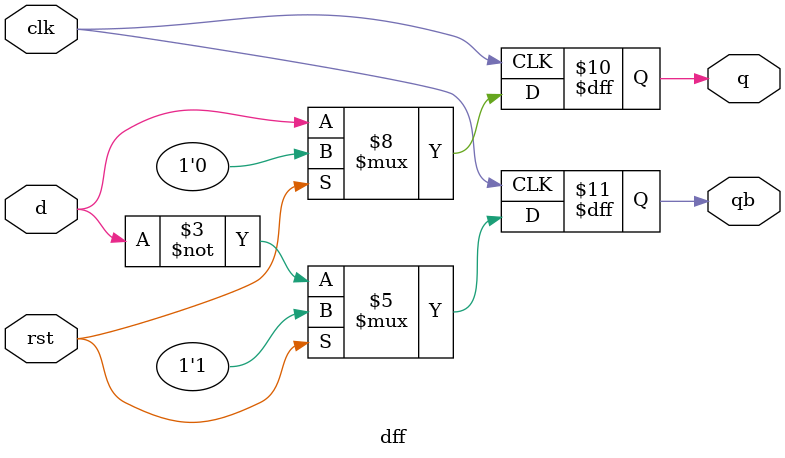
<source format=v>
module dff(input d, clk, rst, output reg q, qb);
    
    always @(posedge clk)
    if(rst == 1'b1) begin 
            q <= 1'b0;
            qb <= 1'b1;
        end
    else begin
        q <= d;
        qb <= ~d;
        end
endmodule
</source>
